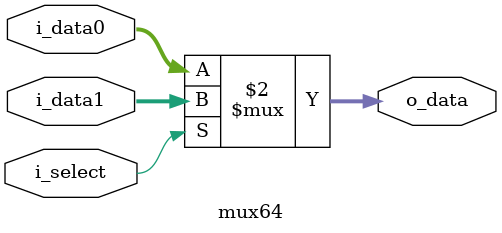
<source format=v>
module mux64 #(
    parameter DATA_W = 64
)(
    input   [DATA_W-1:0]    i_data0,
    input   [DATA_W-1:0]    i_data1,
    input                   i_select,
    output  [DATA_W-1:0]    o_data
);

    assign o_data = (i_select == 0)? i_data0 : i_data1;
    
endmodule
</source>
